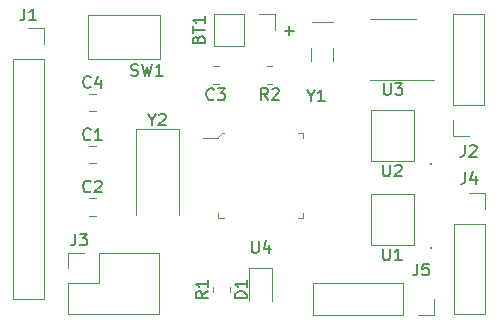
<source format=gto>
%TF.GenerationSoftware,KiCad,Pcbnew,(5.1.6)-1*%
%TF.CreationDate,2021-02-06T14:44:40-06:00*%
%TF.ProjectId,Arduino_Clone,41726475-696e-46f5-9f43-6c6f6e652e6b,V 1.0*%
%TF.SameCoordinates,Original*%
%TF.FileFunction,Legend,Top*%
%TF.FilePolarity,Positive*%
%FSLAX46Y46*%
G04 Gerber Fmt 4.6, Leading zero omitted, Abs format (unit mm)*
G04 Created by KiCad (PCBNEW (5.1.6)-1) date 2021-02-06 14:44:40*
%MOMM*%
%LPD*%
G01*
G04 APERTURE LIST*
%ADD10C,0.150000*%
%ADD11C,0.120000*%
%ADD12C,0.060000*%
%ADD13C,0.100000*%
G04 APERTURE END LIST*
D10*
X122682047Y-74239428D02*
X123443952Y-74239428D01*
X123063000Y-74620380D02*
X123063000Y-73858476D01*
D11*
%TO.C,SW1*%
X106045000Y-72923400D02*
X106045000Y-76631800D01*
X106045000Y-76631800D02*
X112141000Y-76631800D01*
X112141000Y-76631800D02*
X112141000Y-72923400D01*
X112141000Y-72923400D02*
X106045000Y-72923400D01*
%TO.C,BT1*%
X121853000Y-72838000D02*
X121853000Y-74168000D01*
X120523000Y-72838000D02*
X121853000Y-72838000D01*
X119253000Y-72838000D02*
X119253000Y-75498000D01*
X119253000Y-75498000D02*
X116653000Y-75498000D01*
X119253000Y-72838000D02*
X116653000Y-72838000D01*
X116653000Y-72838000D02*
X116653000Y-75498000D01*
%TO.C,C1*%
X106143248Y-85460500D02*
X106665752Y-85460500D01*
X106143248Y-83990500D02*
X106665752Y-83990500D01*
%TO.C,C2*%
X106143248Y-88408250D02*
X106665752Y-88408250D01*
X106143248Y-89878250D02*
X106665752Y-89878250D01*
%TO.C,C3*%
X117101252Y-77243000D02*
X116578748Y-77243000D01*
X117101252Y-78713000D02*
X116578748Y-78713000D01*
%TO.C,C4*%
X106143248Y-79572750D02*
X106665752Y-79572750D01*
X106143248Y-81042750D02*
X106665752Y-81042750D01*
%TO.C,D1*%
X121610000Y-97139000D02*
X121610000Y-94279000D01*
X121610000Y-94279000D02*
X119690000Y-94279000D01*
X119690000Y-94279000D02*
X119690000Y-97139000D01*
%TO.C,J1*%
X99635000Y-76581000D02*
X102295000Y-76581000D01*
X99635000Y-76581000D02*
X99635000Y-96961000D01*
X99635000Y-96961000D02*
X102295000Y-96961000D01*
X102295000Y-76581000D02*
X102295000Y-96961000D01*
X102295000Y-73981000D02*
X102295000Y-75311000D01*
X100965000Y-73981000D02*
X102295000Y-73981000D01*
%TO.C,J2*%
X139583000Y-80518000D02*
X136923000Y-80518000D01*
X139583000Y-80518000D02*
X139583000Y-72838000D01*
X139583000Y-72838000D02*
X136923000Y-72838000D01*
X136923000Y-80518000D02*
X136923000Y-72838000D01*
X136923000Y-83118000D02*
X136923000Y-81788000D01*
X138253000Y-83118000D02*
X136923000Y-83118000D01*
%TO.C,J3*%
X104334000Y-98211000D02*
X104334000Y-95611000D01*
X104334000Y-98211000D02*
X112074000Y-98211000D01*
X112074000Y-98211000D02*
X112074000Y-93011000D01*
X106934000Y-93011000D02*
X112074000Y-93011000D01*
X106934000Y-95611000D02*
X106934000Y-93011000D01*
X104334000Y-95611000D02*
X106934000Y-95611000D01*
X104334000Y-93011000D02*
X105664000Y-93011000D01*
X104334000Y-94341000D02*
X104334000Y-93011000D01*
%TO.C,J4*%
X138303000Y-87951000D02*
X139633000Y-87951000D01*
X139633000Y-87951000D02*
X139633000Y-89281000D01*
X139633000Y-90551000D02*
X139633000Y-98231000D01*
X136973000Y-98231000D02*
X139633000Y-98231000D01*
X136973000Y-90551000D02*
X136973000Y-98231000D01*
X136973000Y-90551000D02*
X139633000Y-90551000D01*
%TO.C,J5*%
X132715000Y-95601000D02*
X132715000Y-98261000D01*
X132715000Y-95601000D02*
X125035000Y-95601000D01*
X125035000Y-95601000D02*
X125035000Y-98261000D01*
X132715000Y-98261000D02*
X125035000Y-98261000D01*
X135315000Y-98261000D02*
X133985000Y-98261000D01*
X135315000Y-96931000D02*
X135315000Y-98261000D01*
%TO.C,R1*%
X118083000Y-95911936D02*
X118083000Y-96366064D01*
X116613000Y-95911936D02*
X116613000Y-96366064D01*
%TO.C,R2*%
X121639064Y-78713000D02*
X121184936Y-78713000D01*
X121639064Y-77243000D02*
X121184936Y-77243000D01*
%TO.C,U1*%
X129946400Y-92375466D02*
X133654800Y-92375466D01*
X129946400Y-88057466D02*
X129946400Y-92375466D01*
X133654800Y-88057466D02*
X129946400Y-88057466D01*
X133654800Y-92375466D02*
X133654800Y-88057466D01*
D12*
X135178800Y-92629466D02*
G75*
G03*
X135178800Y-92629466I-101600J0D01*
G01*
%TO.C,U2*%
X135178800Y-85520933D02*
G75*
G03*
X135178800Y-85520933I-101600J0D01*
G01*
D11*
X133654800Y-85266933D02*
X133654800Y-80948933D01*
X133654800Y-80948933D02*
X129946400Y-80948933D01*
X129946400Y-80948933D02*
X129946400Y-85266933D01*
X129946400Y-85266933D02*
X133654800Y-85266933D01*
%TO.C,U3*%
X131826000Y-73259000D02*
X129876000Y-73259000D01*
X131826000Y-73259000D02*
X133776000Y-73259000D01*
X131826000Y-78379000D02*
X129876000Y-78379000D01*
X131826000Y-78379000D02*
X135276000Y-78379000D01*
D13*
%TO.C,U4*%
X117500000Y-82887000D02*
X117400000Y-82887000D01*
X117400000Y-82887000D02*
X117050000Y-83237000D01*
X117050000Y-83237000D02*
X117050000Y-83337000D01*
X117050000Y-83337000D02*
X115750000Y-83337000D01*
X124250000Y-82887000D02*
X123800000Y-82887000D01*
X124250000Y-82887000D02*
X124250000Y-83337000D01*
X124250000Y-90087000D02*
X124250000Y-89637000D01*
X124250000Y-90087000D02*
X123800000Y-90087000D01*
X117050000Y-90087000D02*
X117500000Y-90087000D01*
X117050000Y-90087000D02*
X117050000Y-89637000D01*
D11*
%TO.C,Y1*%
X126807000Y-75650000D02*
X126807000Y-76750000D01*
X124907000Y-75650000D02*
X124907000Y-76750000D01*
X126757000Y-73500000D02*
X124957000Y-73500000D01*
%TO.C,Y2*%
X113687000Y-89822000D02*
X113687000Y-82572000D01*
X113687000Y-82572000D02*
X110087000Y-82572000D01*
X110087000Y-82572000D02*
X110087000Y-89822000D01*
%TO.C,SW1*%
D10*
X109664666Y-78001761D02*
X109807523Y-78049380D01*
X110045619Y-78049380D01*
X110140857Y-78001761D01*
X110188476Y-77954142D01*
X110236095Y-77858904D01*
X110236095Y-77763666D01*
X110188476Y-77668428D01*
X110140857Y-77620809D01*
X110045619Y-77573190D01*
X109855142Y-77525571D01*
X109759904Y-77477952D01*
X109712285Y-77430333D01*
X109664666Y-77335095D01*
X109664666Y-77239857D01*
X109712285Y-77144619D01*
X109759904Y-77097000D01*
X109855142Y-77049380D01*
X110093238Y-77049380D01*
X110236095Y-77097000D01*
X110569428Y-77049380D02*
X110807523Y-78049380D01*
X110998000Y-77335095D01*
X111188476Y-78049380D01*
X111426571Y-77049380D01*
X112331333Y-78049380D02*
X111759904Y-78049380D01*
X112045619Y-78049380D02*
X112045619Y-77049380D01*
X111950380Y-77192238D01*
X111855142Y-77287476D01*
X111759904Y-77335095D01*
%TO.C,BT1*%
X115371571Y-74953714D02*
X115419190Y-74810857D01*
X115466809Y-74763238D01*
X115562047Y-74715619D01*
X115704904Y-74715619D01*
X115800142Y-74763238D01*
X115847761Y-74810857D01*
X115895380Y-74906095D01*
X115895380Y-75287047D01*
X114895380Y-75287047D01*
X114895380Y-74953714D01*
X114943000Y-74858476D01*
X114990619Y-74810857D01*
X115085857Y-74763238D01*
X115181095Y-74763238D01*
X115276333Y-74810857D01*
X115323952Y-74858476D01*
X115371571Y-74953714D01*
X115371571Y-75287047D01*
X114895380Y-74429904D02*
X114895380Y-73858476D01*
X115895380Y-74144190D02*
X114895380Y-74144190D01*
X115895380Y-73001333D02*
X115895380Y-73572761D01*
X115895380Y-73287047D02*
X114895380Y-73287047D01*
X115038238Y-73382285D01*
X115133476Y-73477523D01*
X115181095Y-73572761D01*
%TO.C,C1*%
X106237833Y-83402642D02*
X106190214Y-83450261D01*
X106047357Y-83497880D01*
X105952119Y-83497880D01*
X105809261Y-83450261D01*
X105714023Y-83355023D01*
X105666404Y-83259785D01*
X105618785Y-83069309D01*
X105618785Y-82926452D01*
X105666404Y-82735976D01*
X105714023Y-82640738D01*
X105809261Y-82545500D01*
X105952119Y-82497880D01*
X106047357Y-82497880D01*
X106190214Y-82545500D01*
X106237833Y-82593119D01*
X107190214Y-83497880D02*
X106618785Y-83497880D01*
X106904500Y-83497880D02*
X106904500Y-82497880D01*
X106809261Y-82640738D01*
X106714023Y-82735976D01*
X106618785Y-82783595D01*
%TO.C,C2*%
X106237833Y-87820392D02*
X106190214Y-87868011D01*
X106047357Y-87915630D01*
X105952119Y-87915630D01*
X105809261Y-87868011D01*
X105714023Y-87772773D01*
X105666404Y-87677535D01*
X105618785Y-87487059D01*
X105618785Y-87344202D01*
X105666404Y-87153726D01*
X105714023Y-87058488D01*
X105809261Y-86963250D01*
X105952119Y-86915630D01*
X106047357Y-86915630D01*
X106190214Y-86963250D01*
X106237833Y-87010869D01*
X106618785Y-87010869D02*
X106666404Y-86963250D01*
X106761642Y-86915630D01*
X106999738Y-86915630D01*
X107094976Y-86963250D01*
X107142595Y-87010869D01*
X107190214Y-87106107D01*
X107190214Y-87201345D01*
X107142595Y-87344202D01*
X106571166Y-87915630D01*
X107190214Y-87915630D01*
%TO.C,C3*%
X116673333Y-80015142D02*
X116625714Y-80062761D01*
X116482857Y-80110380D01*
X116387619Y-80110380D01*
X116244761Y-80062761D01*
X116149523Y-79967523D01*
X116101904Y-79872285D01*
X116054285Y-79681809D01*
X116054285Y-79538952D01*
X116101904Y-79348476D01*
X116149523Y-79253238D01*
X116244761Y-79158000D01*
X116387619Y-79110380D01*
X116482857Y-79110380D01*
X116625714Y-79158000D01*
X116673333Y-79205619D01*
X117006666Y-79110380D02*
X117625714Y-79110380D01*
X117292380Y-79491333D01*
X117435238Y-79491333D01*
X117530476Y-79538952D01*
X117578095Y-79586571D01*
X117625714Y-79681809D01*
X117625714Y-79919904D01*
X117578095Y-80015142D01*
X117530476Y-80062761D01*
X117435238Y-80110380D01*
X117149523Y-80110380D01*
X117054285Y-80062761D01*
X117006666Y-80015142D01*
%TO.C,C4*%
X106237833Y-78984892D02*
X106190214Y-79032511D01*
X106047357Y-79080130D01*
X105952119Y-79080130D01*
X105809261Y-79032511D01*
X105714023Y-78937273D01*
X105666404Y-78842035D01*
X105618785Y-78651559D01*
X105618785Y-78508702D01*
X105666404Y-78318226D01*
X105714023Y-78222988D01*
X105809261Y-78127750D01*
X105952119Y-78080130D01*
X106047357Y-78080130D01*
X106190214Y-78127750D01*
X106237833Y-78175369D01*
X107094976Y-78413464D02*
X107094976Y-79080130D01*
X106856880Y-78032511D02*
X106618785Y-78746797D01*
X107237833Y-78746797D01*
%TO.C,D1*%
X119451380Y-96877095D02*
X118451380Y-96877095D01*
X118451380Y-96639000D01*
X118499000Y-96496142D01*
X118594238Y-96400904D01*
X118689476Y-96353285D01*
X118879952Y-96305666D01*
X119022809Y-96305666D01*
X119213285Y-96353285D01*
X119308523Y-96400904D01*
X119403761Y-96496142D01*
X119451380Y-96639000D01*
X119451380Y-96877095D01*
X119451380Y-95353285D02*
X119451380Y-95924714D01*
X119451380Y-95639000D02*
X118451380Y-95639000D01*
X118594238Y-95734238D01*
X118689476Y-95829476D01*
X118737095Y-95924714D01*
%TO.C,J1*%
X100631666Y-72350380D02*
X100631666Y-73064666D01*
X100584047Y-73207523D01*
X100488809Y-73302761D01*
X100345952Y-73350380D01*
X100250714Y-73350380D01*
X101631666Y-73350380D02*
X101060238Y-73350380D01*
X101345952Y-73350380D02*
X101345952Y-72350380D01*
X101250714Y-72493238D01*
X101155476Y-72588476D01*
X101060238Y-72636095D01*
%TO.C,J2*%
X137919666Y-83907380D02*
X137919666Y-84621666D01*
X137872047Y-84764523D01*
X137776809Y-84859761D01*
X137633952Y-84907380D01*
X137538714Y-84907380D01*
X138348238Y-84002619D02*
X138395857Y-83955000D01*
X138491095Y-83907380D01*
X138729190Y-83907380D01*
X138824428Y-83955000D01*
X138872047Y-84002619D01*
X138919666Y-84097857D01*
X138919666Y-84193095D01*
X138872047Y-84335952D01*
X138300619Y-84907380D01*
X138919666Y-84907380D01*
%TO.C,J3*%
X104949666Y-91400380D02*
X104949666Y-92114666D01*
X104902047Y-92257523D01*
X104806809Y-92352761D01*
X104663952Y-92400380D01*
X104568714Y-92400380D01*
X105330619Y-91400380D02*
X105949666Y-91400380D01*
X105616333Y-91781333D01*
X105759190Y-91781333D01*
X105854428Y-91828952D01*
X105902047Y-91876571D01*
X105949666Y-91971809D01*
X105949666Y-92209904D01*
X105902047Y-92305142D01*
X105854428Y-92352761D01*
X105759190Y-92400380D01*
X105473476Y-92400380D01*
X105378238Y-92352761D01*
X105330619Y-92305142D01*
%TO.C,J4*%
X137969666Y-86193380D02*
X137969666Y-86907666D01*
X137922047Y-87050523D01*
X137826809Y-87145761D01*
X137683952Y-87193380D01*
X137588714Y-87193380D01*
X138874428Y-86526714D02*
X138874428Y-87193380D01*
X138636333Y-86145761D02*
X138398238Y-86860047D01*
X139017285Y-86860047D01*
%TO.C,J5*%
X133905666Y-93940380D02*
X133905666Y-94654666D01*
X133858047Y-94797523D01*
X133762809Y-94892761D01*
X133619952Y-94940380D01*
X133524714Y-94940380D01*
X134858047Y-93940380D02*
X134381857Y-93940380D01*
X134334238Y-94416571D01*
X134381857Y-94368952D01*
X134477095Y-94321333D01*
X134715190Y-94321333D01*
X134810428Y-94368952D01*
X134858047Y-94416571D01*
X134905666Y-94511809D01*
X134905666Y-94749904D01*
X134858047Y-94845142D01*
X134810428Y-94892761D01*
X134715190Y-94940380D01*
X134477095Y-94940380D01*
X134381857Y-94892761D01*
X134334238Y-94845142D01*
%TO.C,R1*%
X116149380Y-96305666D02*
X115673190Y-96639000D01*
X116149380Y-96877095D02*
X115149380Y-96877095D01*
X115149380Y-96496142D01*
X115197000Y-96400904D01*
X115244619Y-96353285D01*
X115339857Y-96305666D01*
X115482714Y-96305666D01*
X115577952Y-96353285D01*
X115625571Y-96400904D01*
X115673190Y-96496142D01*
X115673190Y-96877095D01*
X116149380Y-95353285D02*
X116149380Y-95924714D01*
X116149380Y-95639000D02*
X115149380Y-95639000D01*
X115292238Y-95734238D01*
X115387476Y-95829476D01*
X115435095Y-95924714D01*
%TO.C,R2*%
X121245333Y-80080380D02*
X120912000Y-79604190D01*
X120673904Y-80080380D02*
X120673904Y-79080380D01*
X121054857Y-79080380D01*
X121150095Y-79128000D01*
X121197714Y-79175619D01*
X121245333Y-79270857D01*
X121245333Y-79413714D01*
X121197714Y-79508952D01*
X121150095Y-79556571D01*
X121054857Y-79604190D01*
X120673904Y-79604190D01*
X121626285Y-79175619D02*
X121673904Y-79128000D01*
X121769142Y-79080380D01*
X122007238Y-79080380D01*
X122102476Y-79128000D01*
X122150095Y-79175619D01*
X122197714Y-79270857D01*
X122197714Y-79366095D01*
X122150095Y-79508952D01*
X121578666Y-80080380D01*
X122197714Y-80080380D01*
%TO.C,U1*%
X131013295Y-92670380D02*
X131013295Y-93479904D01*
X131060914Y-93575142D01*
X131108533Y-93622761D01*
X131203771Y-93670380D01*
X131394247Y-93670380D01*
X131489485Y-93622761D01*
X131537104Y-93575142D01*
X131584723Y-93479904D01*
X131584723Y-92670380D01*
X132584723Y-93670380D02*
X132013295Y-93670380D01*
X132299009Y-93670380D02*
X132299009Y-92670380D01*
X132203771Y-92813238D01*
X132108533Y-92908476D01*
X132013295Y-92956095D01*
%TO.C,U2*%
X131013295Y-85558380D02*
X131013295Y-86367904D01*
X131060914Y-86463142D01*
X131108533Y-86510761D01*
X131203771Y-86558380D01*
X131394247Y-86558380D01*
X131489485Y-86510761D01*
X131537104Y-86463142D01*
X131584723Y-86367904D01*
X131584723Y-85558380D01*
X132013295Y-85653619D02*
X132060914Y-85606000D01*
X132156152Y-85558380D01*
X132394247Y-85558380D01*
X132489485Y-85606000D01*
X132537104Y-85653619D01*
X132584723Y-85748857D01*
X132584723Y-85844095D01*
X132537104Y-85986952D01*
X131965676Y-86558380D01*
X132584723Y-86558380D01*
%TO.C,U3*%
X131064095Y-78671380D02*
X131064095Y-79480904D01*
X131111714Y-79576142D01*
X131159333Y-79623761D01*
X131254571Y-79671380D01*
X131445047Y-79671380D01*
X131540285Y-79623761D01*
X131587904Y-79576142D01*
X131635523Y-79480904D01*
X131635523Y-78671380D01*
X132016476Y-78671380D02*
X132635523Y-78671380D01*
X132302190Y-79052333D01*
X132445047Y-79052333D01*
X132540285Y-79099952D01*
X132587904Y-79147571D01*
X132635523Y-79242809D01*
X132635523Y-79480904D01*
X132587904Y-79576142D01*
X132540285Y-79623761D01*
X132445047Y-79671380D01*
X132159333Y-79671380D01*
X132064095Y-79623761D01*
X132016476Y-79576142D01*
%TO.C,U4*%
X119888095Y-92035380D02*
X119888095Y-92844904D01*
X119935714Y-92940142D01*
X119983333Y-92987761D01*
X120078571Y-93035380D01*
X120269047Y-93035380D01*
X120364285Y-92987761D01*
X120411904Y-92940142D01*
X120459523Y-92844904D01*
X120459523Y-92035380D01*
X121364285Y-92368714D02*
X121364285Y-93035380D01*
X121126190Y-91987761D02*
X120888095Y-92702047D01*
X121507142Y-92702047D01*
%TO.C,Y1*%
X124872809Y-79732190D02*
X124872809Y-80208380D01*
X124539476Y-79208380D02*
X124872809Y-79732190D01*
X125206142Y-79208380D01*
X126063285Y-80208380D02*
X125491857Y-80208380D01*
X125777571Y-80208380D02*
X125777571Y-79208380D01*
X125682333Y-79351238D01*
X125587095Y-79446476D01*
X125491857Y-79494095D01*
%TO.C,Y2*%
X111410809Y-81764190D02*
X111410809Y-82240380D01*
X111077476Y-81240380D02*
X111410809Y-81764190D01*
X111744142Y-81240380D01*
X112029857Y-81335619D02*
X112077476Y-81288000D01*
X112172714Y-81240380D01*
X112410809Y-81240380D01*
X112506047Y-81288000D01*
X112553666Y-81335619D01*
X112601285Y-81430857D01*
X112601285Y-81526095D01*
X112553666Y-81668952D01*
X111982238Y-82240380D01*
X112601285Y-82240380D01*
%TD*%
M02*

</source>
